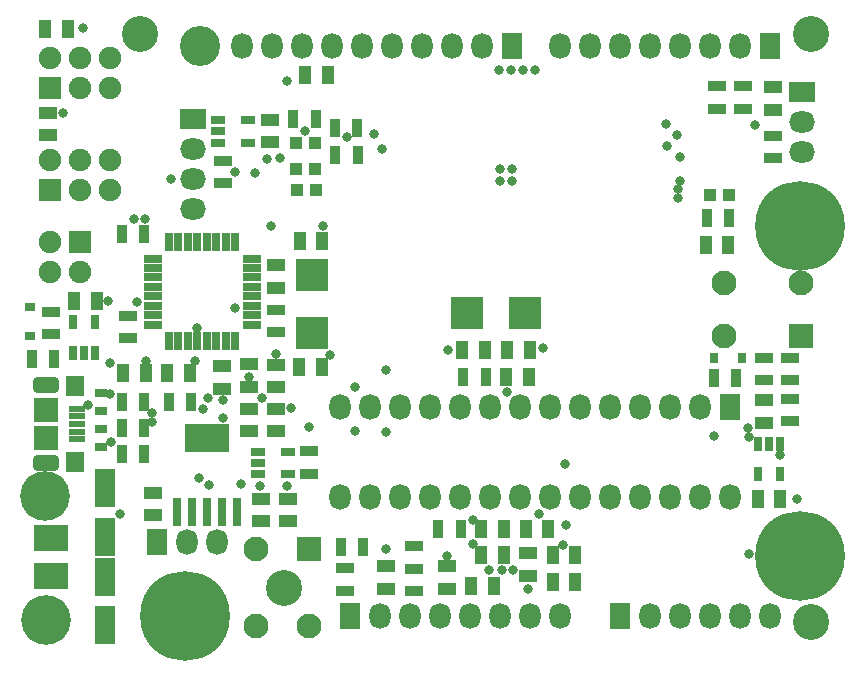
<source format=gts>
G04*
G04 #@! TF.GenerationSoftware,Altium Limited,Altium Designer,20.1.11 (218)*
G04*
G04 Layer_Color=8388736*
%FSLAX25Y25*%
%MOIN*%
G70*
G04*
G04 #@! TF.SameCoordinates,693C8C31-8EEC-4DF3-A6D9-A21B1C167F78*
G04*
G04*
G04 #@! TF.FilePolarity,Negative*
G04*
G01*
G75*
%ADD35R,0.03487X0.02987*%
%ADD36R,0.02987X0.03487*%
%ADD37R,0.05906X0.03543*%
%ADD38R,0.03543X0.05906*%
%ADD39R,0.08268X0.08268*%
%ADD40R,0.06299X0.07087*%
%ADD41R,0.05709X0.01968*%
%ADD42R,0.04331X0.03150*%
%ADD43R,0.11024X0.10630*%
%ADD44R,0.10630X0.11024*%
%ADD45R,0.05118X0.03150*%
%ADD46R,0.03150X0.05118*%
%ADD47R,0.03150X0.09449*%
%ADD48R,0.14567X0.09449*%
%ADD49R,0.06378X0.02638*%
%ADD50R,0.02638X0.06378*%
%ADD51R,0.11417X0.08661*%
%ADD52C,0.12000*%
%ADD53R,0.05906X0.04331*%
%ADD54R,0.04331X0.05906*%
%ADD55R,0.03937X0.03937*%
%ADD56R,0.07087X0.12598*%
%ADD57O,0.07087X0.08661*%
%ADD58R,0.07087X0.08661*%
%ADD59R,0.07480X0.07480*%
%ADD60C,0.07480*%
%ADD61O,0.08661X0.07087*%
%ADD62R,0.08661X0.07087*%
G04:AMPARAMS|DCode=63|XSize=86.61mil|YSize=55.12mil|CornerRadius=15.75mil|HoleSize=0mil|Usage=FLASHONLY|Rotation=0.000|XOffset=0mil|YOffset=0mil|HoleType=Round|Shape=RoundedRectangle|*
%AMROUNDEDRECTD63*
21,1,0.08661,0.02362,0,0,0.0*
21,1,0.05512,0.05512,0,0,0.0*
1,1,0.03150,0.02756,-0.01181*
1,1,0.03150,-0.02756,-0.01181*
1,1,0.03150,-0.02756,0.01181*
1,1,0.03150,0.02756,0.01181*
%
%ADD63ROUNDEDRECTD63*%
%ADD64C,0.16535*%
%ADD65C,0.13386*%
%ADD66C,0.08268*%
%ADD67R,0.08268X0.08268*%
%ADD68C,0.29921*%
%ADD69C,0.03150*%
D35*
X3200Y103400D02*
D03*
Y113000D02*
D03*
D36*
X231100Y96000D02*
D03*
X240700D02*
D03*
D37*
X131400Y18260D02*
D03*
Y25740D02*
D03*
Y33240D02*
D03*
Y25760D02*
D03*
X247900Y88660D02*
D03*
Y96140D02*
D03*
X96358Y57480D02*
D03*
Y64961D02*
D03*
X256700Y82340D02*
D03*
Y74860D02*
D03*
X108100Y25840D02*
D03*
Y18360D02*
D03*
X256700Y88560D02*
D03*
Y96040D02*
D03*
X10400Y103920D02*
D03*
Y111400D02*
D03*
X250800Y162560D02*
D03*
Y170040D02*
D03*
X232400Y186540D02*
D03*
Y179060D02*
D03*
X241000Y186540D02*
D03*
Y179060D02*
D03*
X85200Y104660D02*
D03*
Y112140D02*
D03*
X35900Y110040D02*
D03*
Y102560D02*
D03*
X67700Y154260D02*
D03*
Y161740D02*
D03*
D38*
X49460Y81200D02*
D03*
X56940D02*
D03*
X114340Y33000D02*
D03*
X106860D02*
D03*
X3760Y95800D02*
D03*
X11240D02*
D03*
X236417Y142520D02*
D03*
X228937D02*
D03*
X155140Y89800D02*
D03*
X147660D02*
D03*
X90960Y175600D02*
D03*
X98440D02*
D03*
X231160Y89300D02*
D03*
X238640D02*
D03*
X146840Y39100D02*
D03*
X139360D02*
D03*
X33858Y63976D02*
D03*
X41339D02*
D03*
X41340Y72700D02*
D03*
X33860D02*
D03*
Y81300D02*
D03*
X41340D02*
D03*
X41400Y137200D02*
D03*
X33920D02*
D03*
X104960Y163800D02*
D03*
X112440D02*
D03*
X104860Y172800D02*
D03*
X112340D02*
D03*
D39*
X8500Y78732D02*
D03*
Y69283D02*
D03*
X96358Y32395D02*
D03*
D40*
X18146Y61409D02*
D03*
Y86606D02*
D03*
D41*
X19031Y68890D02*
D03*
Y71449D02*
D03*
Y74008D02*
D03*
Y76567D02*
D03*
Y79126D02*
D03*
D42*
X26800Y66495D02*
D03*
Y72400D02*
D03*
Y84200D02*
D03*
Y78294D02*
D03*
D43*
X97400Y104309D02*
D03*
Y123600D02*
D03*
D44*
X168246Y111000D02*
D03*
X148954D02*
D03*
D45*
X89370Y57284D02*
D03*
Y64764D02*
D03*
X79134Y57284D02*
D03*
Y61024D02*
D03*
Y64764D02*
D03*
X65782Y175240D02*
D03*
Y171500D02*
D03*
Y167760D02*
D03*
X76018Y175240D02*
D03*
Y167760D02*
D03*
D46*
X253240Y67418D02*
D03*
X249500D02*
D03*
X245760D02*
D03*
X253240Y57182D02*
D03*
X245760D02*
D03*
X17560Y97682D02*
D03*
X21300D02*
D03*
X25040D02*
D03*
X17560Y107918D02*
D03*
X25040D02*
D03*
D47*
X52205Y44783D02*
D03*
X57205D02*
D03*
X62205D02*
D03*
X67205D02*
D03*
X72205D02*
D03*
D48*
X62205Y69193D02*
D03*
D49*
X77165Y107087D02*
D03*
Y110236D02*
D03*
Y113386D02*
D03*
Y116535D02*
D03*
Y119685D02*
D03*
Y122835D02*
D03*
Y125984D02*
D03*
Y129134D02*
D03*
X44094D02*
D03*
Y125984D02*
D03*
Y122835D02*
D03*
Y119685D02*
D03*
Y116535D02*
D03*
Y113386D02*
D03*
Y110236D02*
D03*
Y107087D02*
D03*
D50*
X71653Y134646D02*
D03*
X68504D02*
D03*
X65354D02*
D03*
X62205D02*
D03*
X59055D02*
D03*
X55905D02*
D03*
X52756D02*
D03*
X49606D02*
D03*
Y101575D02*
D03*
X52756D02*
D03*
X55905D02*
D03*
X59055D02*
D03*
X62205D02*
D03*
X65354D02*
D03*
X68504D02*
D03*
X71653D02*
D03*
D51*
X10100Y23302D02*
D03*
Y35900D02*
D03*
D52*
X40000Y204000D02*
D03*
X263700Y8000D02*
D03*
X263701Y204000D02*
D03*
X87900Y19200D02*
D03*
D53*
X169400Y23460D02*
D03*
Y30940D02*
D03*
X76300Y71560D02*
D03*
Y79040D02*
D03*
X89200Y49140D02*
D03*
Y41660D02*
D03*
X247900Y74460D02*
D03*
Y81940D02*
D03*
X85100Y79100D02*
D03*
Y71620D02*
D03*
X83100Y167860D02*
D03*
Y175340D02*
D03*
X44200Y43620D02*
D03*
Y51100D02*
D03*
X142100Y26640D02*
D03*
Y19160D02*
D03*
X122000Y26640D02*
D03*
Y19160D02*
D03*
X80400Y41620D02*
D03*
Y49100D02*
D03*
X250800Y186240D02*
D03*
Y178760D02*
D03*
X9100Y177740D02*
D03*
Y170260D02*
D03*
X67224Y85728D02*
D03*
Y93209D02*
D03*
X85200Y126840D02*
D03*
Y119360D02*
D03*
X76378Y86417D02*
D03*
Y93898D02*
D03*
X85100Y86320D02*
D03*
Y93800D02*
D03*
D54*
X177560Y21300D02*
D03*
X185040D02*
D03*
X228460Y133800D02*
D03*
X235940D02*
D03*
X41780Y91000D02*
D03*
X34300D02*
D03*
X25540Y115100D02*
D03*
X18060D02*
D03*
X253340Y49000D02*
D03*
X245860D02*
D03*
X162320Y98700D02*
D03*
X169800D02*
D03*
X147420D02*
D03*
X154900D02*
D03*
X175980Y39100D02*
D03*
X168500D02*
D03*
X153720D02*
D03*
X161200D02*
D03*
X161200Y30300D02*
D03*
X153720D02*
D03*
X94960Y190200D02*
D03*
X102440D02*
D03*
X162060Y89800D02*
D03*
X169540D02*
D03*
X185040Y30200D02*
D03*
X177560D02*
D03*
X15840Y205700D02*
D03*
X8360D02*
D03*
X157840Y19900D02*
D03*
X150360D02*
D03*
X93060Y93100D02*
D03*
X100540D02*
D03*
X93160Y134900D02*
D03*
X100640D02*
D03*
X56540Y91000D02*
D03*
X49060D02*
D03*
D55*
X98450Y151900D02*
D03*
X92150D02*
D03*
X98350Y159000D02*
D03*
X92050D02*
D03*
X98350Y167700D02*
D03*
X92050D02*
D03*
X236122Y150295D02*
D03*
X229823D02*
D03*
D56*
X28400Y23071D02*
D03*
Y6929D02*
D03*
X28300Y36400D02*
D03*
Y52542D02*
D03*
D57*
X180000Y10000D02*
D03*
X170000D02*
D03*
X160000D02*
D03*
X150000D02*
D03*
X140000D02*
D03*
X130000D02*
D03*
X120000D02*
D03*
X55748Y34646D02*
D03*
X65748D02*
D03*
X250000Y10000D02*
D03*
X240000D02*
D03*
X230000D02*
D03*
X220000D02*
D03*
X210000D02*
D03*
X240000Y200000D02*
D03*
X230000D02*
D03*
X220000D02*
D03*
X210000D02*
D03*
X200000D02*
D03*
X190000D02*
D03*
X180000D02*
D03*
X74000D02*
D03*
X84000D02*
D03*
X94000D02*
D03*
X104000D02*
D03*
X114000D02*
D03*
X124000D02*
D03*
X134000D02*
D03*
X144000D02*
D03*
X154000D02*
D03*
X226476Y79500D02*
D03*
X216476D02*
D03*
X206476D02*
D03*
X196476D02*
D03*
X186476D02*
D03*
X176476D02*
D03*
X166476D02*
D03*
X156476D02*
D03*
X146476D02*
D03*
X136476D02*
D03*
X126476D02*
D03*
X116476D02*
D03*
X106476D02*
D03*
X236476Y49500D02*
D03*
X226476D02*
D03*
X216476D02*
D03*
X206476D02*
D03*
X196476D02*
D03*
X186476D02*
D03*
X176476D02*
D03*
X166476D02*
D03*
X156476D02*
D03*
X146476D02*
D03*
X136476D02*
D03*
X126476D02*
D03*
X116476D02*
D03*
X106476D02*
D03*
D58*
X110000Y10000D02*
D03*
X45748Y34646D02*
D03*
X200000Y10000D02*
D03*
X250000Y200000D02*
D03*
X164000D02*
D03*
X236476Y79500D02*
D03*
D59*
X20000Y134670D02*
D03*
X10000Y152000D02*
D03*
Y186000D02*
D03*
D60*
Y124670D02*
D03*
Y134670D02*
D03*
X20000Y124670D02*
D03*
X10000Y162000D02*
D03*
X20000Y152000D02*
D03*
X30000Y162000D02*
D03*
X20000D02*
D03*
X30000Y152000D02*
D03*
Y186000D02*
D03*
X20000Y196000D02*
D03*
X30000D02*
D03*
X20000Y186000D02*
D03*
X10000Y196000D02*
D03*
D61*
X57480Y145591D02*
D03*
Y155591D02*
D03*
Y165591D02*
D03*
X260630Y174646D02*
D03*
Y164646D02*
D03*
D62*
X57480Y175591D02*
D03*
X260630Y184646D02*
D03*
D63*
X8500Y61016D02*
D03*
Y87000D02*
D03*
D64*
X8400Y50000D02*
D03*
X8600Y8500D02*
D03*
D65*
X60000Y200000D02*
D03*
D66*
X96358Y6805D02*
D03*
X78642D02*
D03*
Y32395D02*
D03*
X234547Y103347D02*
D03*
Y121063D02*
D03*
X260138D02*
D03*
D67*
Y103347D02*
D03*
D68*
X260000Y140000D02*
D03*
Y30000D02*
D03*
X55000Y10000D02*
D03*
D69*
X242717Y72638D02*
D03*
X243001Y69587D02*
D03*
X88976Y188386D02*
D03*
X167520Y192028D02*
D03*
X171457D02*
D03*
X163583D02*
D03*
X159646D02*
D03*
X163878Y154921D02*
D03*
X159941D02*
D03*
Y158858D02*
D03*
X121800Y91900D02*
D03*
X111700Y86200D02*
D03*
X163878Y158858D02*
D03*
X215158Y173917D02*
D03*
X219882Y162894D02*
D03*
X120571Y165748D02*
D03*
X117815Y170669D02*
D03*
X61024Y79035D02*
D03*
X62500Y82579D02*
D03*
X67618Y75886D02*
D03*
X219783Y155020D02*
D03*
X219193Y152264D02*
D03*
X22736Y80413D02*
D03*
X76378Y89665D02*
D03*
X96161Y72835D02*
D03*
X169390Y19094D02*
D03*
X71752Y112697D02*
D03*
X67524Y82069D02*
D03*
X90100Y79200D02*
D03*
X181600Y60800D02*
D03*
X156225Y25295D02*
D03*
X160531D02*
D03*
X164370Y25394D02*
D03*
X50394Y155512D02*
D03*
X73452Y53924D02*
D03*
X62897Y53527D02*
D03*
X38091Y142323D02*
D03*
X41732Y142421D02*
D03*
X38780Y114665D02*
D03*
X58169Y95079D02*
D03*
X243012Y30807D02*
D03*
X218898Y170374D02*
D03*
X215650Y166634D02*
D03*
X30399Y68110D02*
D03*
X71653Y157874D02*
D03*
X109055Y169685D02*
D03*
X94882Y171653D02*
D03*
X33268Y44094D02*
D03*
X231102Y70079D02*
D03*
X219291Y149213D02*
D03*
X151000Y34000D02*
D03*
X142126Y29921D02*
D03*
X122047Y32283D02*
D03*
X78347Y157677D02*
D03*
X82284Y162205D02*
D03*
X103400Y97000D02*
D03*
X181000Y33800D02*
D03*
X174400Y99400D02*
D03*
X80700Y82700D02*
D03*
X80000Y53300D02*
D03*
X89000D02*
D03*
X162200Y84600D02*
D03*
X29100Y115000D02*
D03*
X85200Y97400D02*
D03*
X59600Y56000D02*
D03*
X30062Y94262D02*
D03*
X83500Y140100D02*
D03*
X151064Y41936D02*
D03*
X14093Y177694D02*
D03*
X42000Y95000D02*
D03*
X142600Y98700D02*
D03*
X59000Y106000D02*
D03*
X101000Y140000D02*
D03*
X21000Y206000D02*
D03*
X259000Y49000D02*
D03*
X173000Y44000D02*
D03*
X30000Y84000D02*
D03*
X182000Y40400D02*
D03*
X44000Y74650D02*
D03*
Y77800D02*
D03*
X86700Y162800D02*
D03*
X253300Y63700D02*
D03*
X244800Y173800D02*
D03*
X121800Y71200D02*
D03*
X111600Y71600D02*
D03*
M02*

</source>
